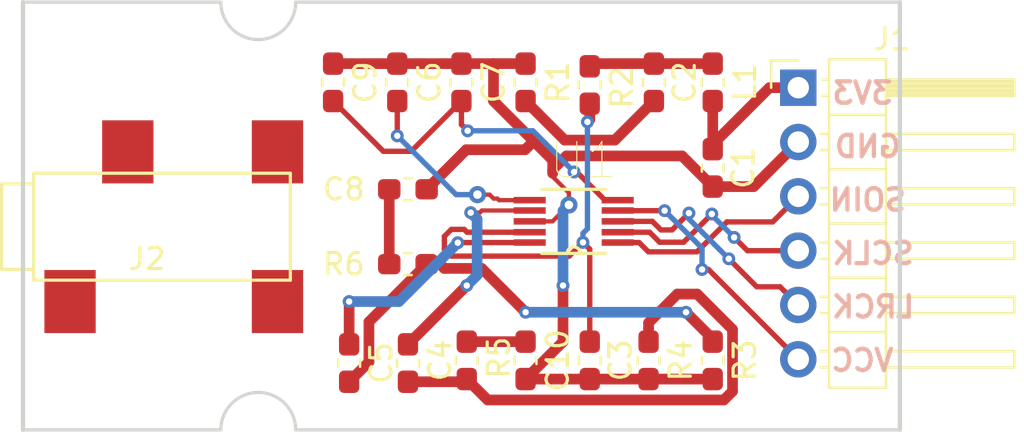
<source format=kicad_pcb>
(kicad_pcb (version 20171130) (host pcbnew 5.0.1+dfsg1-3~bpo9+1)

  (general
    (thickness 1.6)
    (drawings 14)
    (tracks 172)
    (zones 0)
    (modules 20)
    (nets 18)
  )

  (page A4)
  (layers
    (0 F.Cu signal)
    (31 B.Cu signal)
    (32 B.Adhes user)
    (33 F.Adhes user)
    (34 B.Paste user)
    (35 F.Paste user)
    (36 B.SilkS user)
    (37 F.SilkS user)
    (38 B.Mask user)
    (39 F.Mask user)
    (40 Dwgs.User user)
    (41 Cmts.User user)
    (42 Eco1.User user)
    (43 Eco2.User user)
    (44 Edge.Cuts user)
    (45 Margin user)
    (46 B.CrtYd user)
    (47 F.CrtYd user)
    (48 B.Fab user)
    (49 F.Fab user)
  )

  (setup
    (last_trace_width 0.25)
    (user_trace_width 0.2)
    (user_trace_width 0.5)
    (user_trace_width 0.75)
    (user_trace_width 1)
    (trace_clearance 0.2)
    (zone_clearance 0.508)
    (zone_45_only no)
    (trace_min 0.2)
    (segment_width 0.2)
    (edge_width 0.15)
    (via_size 0.8)
    (via_drill 0.4)
    (via_min_size 0.4)
    (via_min_drill 0.3)
    (user_via 0.6 0.3)
    (user_via 4 3.2)
    (uvia_size 0.3)
    (uvia_drill 0.1)
    (uvias_allowed no)
    (uvia_min_size 0.2)
    (uvia_min_drill 0.1)
    (pcb_text_width 0.3)
    (pcb_text_size 1.5 1.5)
    (mod_edge_width 0.15)
    (mod_text_size 1 1)
    (mod_text_width 0.15)
    (pad_size 1.524 1.524)
    (pad_drill 0.762)
    (pad_to_mask_clearance 0.051)
    (solder_mask_min_width 0.25)
    (aux_axis_origin 0 0)
    (visible_elements FFFFFF7F)
    (pcbplotparams
      (layerselection 0x010fc_ffffffff)
      (usegerberextensions false)
      (usegerberattributes false)
      (usegerberadvancedattributes false)
      (creategerberjobfile false)
      (excludeedgelayer true)
      (linewidth 0.100000)
      (plotframeref false)
      (viasonmask false)
      (mode 1)
      (useauxorigin false)
      (hpglpennumber 1)
      (hpglpenspeed 20)
      (hpglpendiameter 15.000000)
      (psnegative false)
      (psa4output false)
      (plotreference true)
      (plotvalue true)
      (plotinvisibletext false)
      (padsonsilk false)
      (subtractmaskfromsilk false)
      (outputformat 1)
      (mirror false)
      (drillshape 1)
      (scaleselection 1)
      (outputdirectory ""))
  )

  (net 0 "")
  (net 1 GND)
  (net 2 3V3)
  (net 3 "Net-(C2-Pad1)")
  (net 4 "Net-(C2-Pad2)")
  (net 5 "Net-(C3-Pad1)")
  (net 6 "Net-(C4-Pad1)")
  (net 7 "Net-(C4-Pad2)")
  (net 8 "Net-(C5-Pad2)")
  (net 9 "Net-(C5-Pad1)")
  (net 10 "Net-(C6-Pad1)")
  (net 11 "Net-(C7-Pad1)")
  (net 12 "Net-(C8-Pad1)")
  (net 13 "Net-(C10-Pad1)")
  (net 14 MCLK)
  (net 15 LRCK)
  (net 16 SCLK)
  (net 17 SDIN)

  (net_class Default "This is the default net class."
    (clearance 0.2)
    (trace_width 0.25)
    (via_dia 0.8)
    (via_drill 0.4)
    (uvia_dia 0.3)
    (uvia_drill 0.1)
    (add_net 3V3)
    (add_net GND)
    (add_net LRCK)
    (add_net MCLK)
    (add_net "Net-(C10-Pad1)")
    (add_net "Net-(C2-Pad1)")
    (add_net "Net-(C2-Pad2)")
    (add_net "Net-(C3-Pad1)")
    (add_net "Net-(C4-Pad1)")
    (add_net "Net-(C4-Pad2)")
    (add_net "Net-(C5-Pad1)")
    (add_net "Net-(C5-Pad2)")
    (add_net "Net-(C6-Pad1)")
    (add_net "Net-(C7-Pad1)")
    (add_net "Net-(C8-Pad1)")
    (add_net SCLK)
    (add_net SDIN)
  )

  (module Capacitor_SMD:C_0603_1608Metric_Pad1.05x0.95mm_HandSolder (layer F.Cu) (tedit 5C05A816) (tstamp 5C2CA64B)
    (at 163.25 82.75 270)
    (descr "Capacitor SMD 0603 (1608 Metric), square (rectangular) end terminal, IPC_7351 nominal with elongated pad for handsoldering. (Body size source: http://www.tortai-tech.com/upload/download/2011102023233369053.pdf), generated with kicad-footprint-generator")
    (tags "capacitor handsolder")
    (path /5C0556EB)
    (attr smd)
    (fp_text reference C1 (at 0 -1.43 270) (layer F.SilkS)
      (effects (font (size 1 1) (thickness 0.15)))
    )
    (fp_text value 100nF (at -0.125 0 270) (layer F.Fab)
      (effects (font (size 1 1) (thickness 0.15)))
    )
    (fp_text user %R (at 0 0 270) (layer F.Fab)
      (effects (font (size 0.4 0.4) (thickness 0.06)))
    )
    (fp_line (start 1.65 0.73) (end -1.65 0.73) (layer F.CrtYd) (width 0.05))
    (fp_line (start 1.65 -0.73) (end 1.65 0.73) (layer F.CrtYd) (width 0.05))
    (fp_line (start -1.65 -0.73) (end 1.65 -0.73) (layer F.CrtYd) (width 0.05))
    (fp_line (start -1.65 0.73) (end -1.65 -0.73) (layer F.CrtYd) (width 0.05))
    (fp_line (start -0.171267 0.51) (end 0.171267 0.51) (layer F.SilkS) (width 0.12))
    (fp_line (start -0.171267 -0.51) (end 0.171267 -0.51) (layer F.SilkS) (width 0.12))
    (fp_line (start 0.8 0.4) (end -0.8 0.4) (layer F.Fab) (width 0.1))
    (fp_line (start 0.8 -0.4) (end 0.8 0.4) (layer F.Fab) (width 0.1))
    (fp_line (start -0.8 -0.4) (end 0.8 -0.4) (layer F.Fab) (width 0.1))
    (fp_line (start -0.8 0.4) (end -0.8 -0.4) (layer F.Fab) (width 0.1))
    (pad 2 smd roundrect (at 0.875 0 270) (size 1.05 0.95) (layers F.Cu F.Paste F.Mask) (roundrect_rratio 0.25)
      (net 1 GND))
    (pad 1 smd roundrect (at -0.875 0 270) (size 1.05 0.95) (layers F.Cu F.Paste F.Mask) (roundrect_rratio 0.25)
      (net 2 3V3))
    (model ${KISYS3DMOD}/Capacitor_SMD.3dshapes/C_0603_1608Metric.wrl
      (at (xyz 0 0 0))
      (scale (xyz 1 1 1))
      (rotate (xyz 0 0 0))
    )
  )

  (module Capacitor_SMD:C_0603_1608Metric_Pad1.05x0.95mm_HandSolder (layer F.Cu) (tedit 5C05AA5E) (tstamp 5C2CB38C)
    (at 160.5 78.75 270)
    (descr "Capacitor SMD 0603 (1608 Metric), square (rectangular) end terminal, IPC_7351 nominal with elongated pad for handsoldering. (Body size source: http://www.tortai-tech.com/upload/download/2011102023233369053.pdf), generated with kicad-footprint-generator")
    (tags "capacitor handsolder")
    (path /5C055717)
    (attr smd)
    (fp_text reference C2 (at 0 -1.43 270) (layer F.SilkS)
      (effects (font (size 1 1) (thickness 0.15)))
    )
    (fp_text value 4.7uF (at 0 0 270) (layer F.Fab)
      (effects (font (size 1 1) (thickness 0.15)))
    )
    (fp_line (start -0.8 0.4) (end -0.8 -0.4) (layer F.Fab) (width 0.1))
    (fp_line (start -0.8 -0.4) (end 0.8 -0.4) (layer F.Fab) (width 0.1))
    (fp_line (start 0.8 -0.4) (end 0.8 0.4) (layer F.Fab) (width 0.1))
    (fp_line (start 0.8 0.4) (end -0.8 0.4) (layer F.Fab) (width 0.1))
    (fp_line (start -0.171267 -0.51) (end 0.171267 -0.51) (layer F.SilkS) (width 0.12))
    (fp_line (start -0.171267 0.51) (end 0.171267 0.51) (layer F.SilkS) (width 0.12))
    (fp_line (start -1.65 0.73) (end -1.65 -0.73) (layer F.CrtYd) (width 0.05))
    (fp_line (start -1.65 -0.73) (end 1.65 -0.73) (layer F.CrtYd) (width 0.05))
    (fp_line (start 1.65 -0.73) (end 1.65 0.73) (layer F.CrtYd) (width 0.05))
    (fp_line (start 1.65 0.73) (end -1.65 0.73) (layer F.CrtYd) (width 0.05))
    (fp_text user %R (at 0 0 270) (layer F.Fab)
      (effects (font (size 0.4 0.4) (thickness 0.06)))
    )
    (pad 1 smd roundrect (at -0.875 0 270) (size 1.05 0.95) (layers F.Cu F.Paste F.Mask) (roundrect_rratio 0.25)
      (net 3 "Net-(C2-Pad1)"))
    (pad 2 smd roundrect (at 0.875 0 270) (size 1.05 0.95) (layers F.Cu F.Paste F.Mask) (roundrect_rratio 0.25)
      (net 4 "Net-(C2-Pad2)"))
    (model ${KISYS3DMOD}/Capacitor_SMD.3dshapes/C_0603_1608Metric.wrl
      (at (xyz 0 0 0))
      (scale (xyz 1 1 1))
      (rotate (xyz 0 0 0))
    )
  )

  (module Capacitor_SMD:C_0603_1608Metric_Pad1.05x0.95mm_HandSolder (layer F.Cu) (tedit 5C05A84B) (tstamp 5C2CA66D)
    (at 157.5 91.75 270)
    (descr "Capacitor SMD 0603 (1608 Metric), square (rectangular) end terminal, IPC_7351 nominal with elongated pad for handsoldering. (Body size source: http://www.tortai-tech.com/upload/download/2011102023233369053.pdf), generated with kicad-footprint-generator")
    (tags "capacitor handsolder")
    (path /5C055747)
    (attr smd)
    (fp_text reference C3 (at 0 -1.43 270) (layer F.SilkS)
      (effects (font (size 1 1) (thickness 0.15)))
    )
    (fp_text value 100nF (at 0.01027 -0.003736 270) (layer F.Fab)
      (effects (font (size 1 1) (thickness 0.15)))
    )
    (fp_text user %R (at 0 0 270) (layer F.Fab)
      (effects (font (size 0.4 0.4) (thickness 0.06)))
    )
    (fp_line (start 1.65 0.73) (end -1.65 0.73) (layer F.CrtYd) (width 0.05))
    (fp_line (start 1.65 -0.73) (end 1.65 0.73) (layer F.CrtYd) (width 0.05))
    (fp_line (start -1.65 -0.73) (end 1.65 -0.73) (layer F.CrtYd) (width 0.05))
    (fp_line (start -1.65 0.73) (end -1.65 -0.73) (layer F.CrtYd) (width 0.05))
    (fp_line (start -0.171267 0.51) (end 0.171267 0.51) (layer F.SilkS) (width 0.12))
    (fp_line (start -0.171267 -0.51) (end 0.171267 -0.51) (layer F.SilkS) (width 0.12))
    (fp_line (start 0.8 0.4) (end -0.8 0.4) (layer F.Fab) (width 0.1))
    (fp_line (start 0.8 -0.4) (end 0.8 0.4) (layer F.Fab) (width 0.1))
    (fp_line (start -0.8 -0.4) (end 0.8 -0.4) (layer F.Fab) (width 0.1))
    (fp_line (start -0.8 0.4) (end -0.8 -0.4) (layer F.Fab) (width 0.1))
    (pad 2 smd roundrect (at 0.875 0 270) (size 1.05 0.95) (layers F.Cu F.Paste F.Mask) (roundrect_rratio 0.25)
      (net 1 GND))
    (pad 1 smd roundrect (at -0.875 0 270) (size 1.05 0.95) (layers F.Cu F.Paste F.Mask) (roundrect_rratio 0.25)
      (net 5 "Net-(C3-Pad1)"))
    (model ${KISYS3DMOD}/Capacitor_SMD.3dshapes/C_0603_1608Metric.wrl
      (at (xyz 0 0 0))
      (scale (xyz 1 1 1))
      (rotate (xyz 0 0 0))
    )
  )

  (module Capacitor_SMD:C_0603_1608Metric_Pad1.05x0.95mm_HandSolder (layer F.Cu) (tedit 5B301BBE) (tstamp 5C2CD4A0)
    (at 149 91.875 90)
    (descr "Capacitor SMD 0603 (1608 Metric), square (rectangular) end terminal, IPC_7351 nominal with elongated pad for handsoldering. (Body size source: http://www.tortai-tech.com/upload/download/2011102023233369053.pdf), generated with kicad-footprint-generator")
    (tags "capacitor handsolder")
    (path /5C055BA0)
    (attr smd)
    (fp_text reference C4 (at 0.125 1.5 90) (layer F.SilkS)
      (effects (font (size 1 1) (thickness 0.15)))
    )
    (fp_text value 3.3uF (at 0.064999 0 90) (layer F.Fab)
      (effects (font (size 1 1) (thickness 0.15)))
    )
    (fp_line (start -0.8 0.4) (end -0.8 -0.4) (layer F.Fab) (width 0.1))
    (fp_line (start -0.8 -0.4) (end 0.8 -0.4) (layer F.Fab) (width 0.1))
    (fp_line (start 0.8 -0.4) (end 0.8 0.4) (layer F.Fab) (width 0.1))
    (fp_line (start 0.8 0.4) (end -0.8 0.4) (layer F.Fab) (width 0.1))
    (fp_line (start -0.171267 -0.51) (end 0.171267 -0.51) (layer F.SilkS) (width 0.12))
    (fp_line (start -0.171267 0.51) (end 0.171267 0.51) (layer F.SilkS) (width 0.12))
    (fp_line (start -1.65 0.73) (end -1.65 -0.73) (layer F.CrtYd) (width 0.05))
    (fp_line (start -1.65 -0.73) (end 1.65 -0.73) (layer F.CrtYd) (width 0.05))
    (fp_line (start 1.65 -0.73) (end 1.65 0.73) (layer F.CrtYd) (width 0.05))
    (fp_line (start 1.65 0.73) (end -1.65 0.73) (layer F.CrtYd) (width 0.05))
    (fp_text user %R (at 0 0 90) (layer F.Fab)
      (effects (font (size 0.4 0.4) (thickness 0.06)))
    )
    (pad 1 smd roundrect (at -0.875 0 90) (size 1.05 0.95) (layers F.Cu F.Paste F.Mask) (roundrect_rratio 0.25)
      (net 6 "Net-(C4-Pad1)"))
    (pad 2 smd roundrect (at 0.875 0 90) (size 1.05 0.95) (layers F.Cu F.Paste F.Mask) (roundrect_rratio 0.25)
      (net 7 "Net-(C4-Pad2)"))
    (model ${KISYS3DMOD}/Capacitor_SMD.3dshapes/C_0603_1608Metric.wrl
      (at (xyz 0 0 0))
      (scale (xyz 1 1 1))
      (rotate (xyz 0 0 0))
    )
  )

  (module Capacitor_SMD:C_0603_1608Metric_Pad1.05x0.95mm_HandSolder (layer F.Cu) (tedit 5B301BBE) (tstamp 5C2CA68F)
    (at 146.25 91.875 90)
    (descr "Capacitor SMD 0603 (1608 Metric), square (rectangular) end terminal, IPC_7351 nominal with elongated pad for handsoldering. (Body size source: http://www.tortai-tech.com/upload/download/2011102023233369053.pdf), generated with kicad-footprint-generator")
    (tags "capacitor handsolder")
    (path /5C055BDC)
    (attr smd)
    (fp_text reference C5 (at 0 1.5 90) (layer F.SilkS)
      (effects (font (size 1 1) (thickness 0.15)))
    )
    (fp_text value 3.3uF (at -0.125 0 90) (layer F.Fab)
      (effects (font (size 1 1) (thickness 0.15)))
    )
    (fp_text user %R (at 0 0 90) (layer F.Fab)
      (effects (font (size 0.4 0.4) (thickness 0.06)))
    )
    (fp_line (start 1.65 0.73) (end -1.65 0.73) (layer F.CrtYd) (width 0.05))
    (fp_line (start 1.65 -0.73) (end 1.65 0.73) (layer F.CrtYd) (width 0.05))
    (fp_line (start -1.65 -0.73) (end 1.65 -0.73) (layer F.CrtYd) (width 0.05))
    (fp_line (start -1.65 0.73) (end -1.65 -0.73) (layer F.CrtYd) (width 0.05))
    (fp_line (start -0.171267 0.51) (end 0.171267 0.51) (layer F.SilkS) (width 0.12))
    (fp_line (start -0.171267 -0.51) (end 0.171267 -0.51) (layer F.SilkS) (width 0.12))
    (fp_line (start 0.8 0.4) (end -0.8 0.4) (layer F.Fab) (width 0.1))
    (fp_line (start 0.8 -0.4) (end 0.8 0.4) (layer F.Fab) (width 0.1))
    (fp_line (start -0.8 -0.4) (end 0.8 -0.4) (layer F.Fab) (width 0.1))
    (fp_line (start -0.8 0.4) (end -0.8 -0.4) (layer F.Fab) (width 0.1))
    (pad 2 smd roundrect (at 0.875 0 90) (size 1.05 0.95) (layers F.Cu F.Paste F.Mask) (roundrect_rratio 0.25)
      (net 8 "Net-(C5-Pad2)"))
    (pad 1 smd roundrect (at -0.875 0 90) (size 1.05 0.95) (layers F.Cu F.Paste F.Mask) (roundrect_rratio 0.25)
      (net 9 "Net-(C5-Pad1)"))
    (model ${KISYS3DMOD}/Capacitor_SMD.3dshapes/C_0603_1608Metric.wrl
      (at (xyz 0 0 0))
      (scale (xyz 1 1 1))
      (rotate (xyz 0 0 0))
    )
  )

  (module Capacitor_SMD:C_0603_1608Metric_Pad1.05x0.95mm_HandSolder (layer F.Cu) (tedit 5B301BBE) (tstamp 5C2CB3BC)
    (at 148.5 78.75 90)
    (descr "Capacitor SMD 0603 (1608 Metric), square (rectangular) end terminal, IPC_7351 nominal with elongated pad for handsoldering. (Body size source: http://www.tortai-tech.com/upload/download/2011102023233369053.pdf), generated with kicad-footprint-generator")
    (tags "capacitor handsolder")
    (path /5C055B66)
    (attr smd)
    (fp_text reference C6 (at 0 1.5 90) (layer F.SilkS)
      (effects (font (size 1 1) (thickness 0.15)))
    )
    (fp_text value 10uF (at -0.125 0 90) (layer F.Fab)
      (effects (font (size 1 1) (thickness 0.15)))
    )
    (fp_text user %R (at 0 0 90) (layer F.Fab)
      (effects (font (size 0.4 0.4) (thickness 0.06)))
    )
    (fp_line (start 1.65 0.73) (end -1.65 0.73) (layer F.CrtYd) (width 0.05))
    (fp_line (start 1.65 -0.73) (end 1.65 0.73) (layer F.CrtYd) (width 0.05))
    (fp_line (start -1.65 -0.73) (end 1.65 -0.73) (layer F.CrtYd) (width 0.05))
    (fp_line (start -1.65 0.73) (end -1.65 -0.73) (layer F.CrtYd) (width 0.05))
    (fp_line (start -0.171267 0.51) (end 0.171267 0.51) (layer F.SilkS) (width 0.12))
    (fp_line (start -0.171267 -0.51) (end 0.171267 -0.51) (layer F.SilkS) (width 0.12))
    (fp_line (start 0.8 0.4) (end -0.8 0.4) (layer F.Fab) (width 0.1))
    (fp_line (start 0.8 -0.4) (end 0.8 0.4) (layer F.Fab) (width 0.1))
    (fp_line (start -0.8 -0.4) (end 0.8 -0.4) (layer F.Fab) (width 0.1))
    (fp_line (start -0.8 0.4) (end -0.8 -0.4) (layer F.Fab) (width 0.1))
    (pad 2 smd roundrect (at 0.875 0 90) (size 1.05 0.95) (layers F.Cu F.Paste F.Mask) (roundrect_rratio 0.25)
      (net 1 GND))
    (pad 1 smd roundrect (at -0.875 0 90) (size 1.05 0.95) (layers F.Cu F.Paste F.Mask) (roundrect_rratio 0.25)
      (net 10 "Net-(C6-Pad1)"))
    (model ${KISYS3DMOD}/Capacitor_SMD.3dshapes/C_0603_1608Metric.wrl
      (at (xyz 0 0 0))
      (scale (xyz 1 1 1))
      (rotate (xyz 0 0 0))
    )
  )

  (module Capacitor_SMD:C_0603_1608Metric_Pad1.05x0.95mm_HandSolder (layer F.Cu) (tedit 5B301BBE) (tstamp 5C2CB35C)
    (at 151.5 78.75 90)
    (descr "Capacitor SMD 0603 (1608 Metric), square (rectangular) end terminal, IPC_7351 nominal with elongated pad for handsoldering. (Body size source: http://www.tortai-tech.com/upload/download/2011102023233369053.pdf), generated with kicad-footprint-generator")
    (tags "capacitor handsolder")
    (path /5C055AF4)
    (attr smd)
    (fp_text reference C7 (at 0 1.5 90) (layer F.SilkS)
      (effects (font (size 1 1) (thickness 0.15)))
    )
    (fp_text value 100nF (at 0.145802 -0.030428 90) (layer F.Fab)
      (effects (font (size 1 1) (thickness 0.15)))
    )
    (fp_line (start -0.8 0.4) (end -0.8 -0.4) (layer F.Fab) (width 0.1))
    (fp_line (start -0.8 -0.4) (end 0.8 -0.4) (layer F.Fab) (width 0.1))
    (fp_line (start 0.8 -0.4) (end 0.8 0.4) (layer F.Fab) (width 0.1))
    (fp_line (start 0.8 0.4) (end -0.8 0.4) (layer F.Fab) (width 0.1))
    (fp_line (start -0.171267 -0.51) (end 0.171267 -0.51) (layer F.SilkS) (width 0.12))
    (fp_line (start -0.171267 0.51) (end 0.171267 0.51) (layer F.SilkS) (width 0.12))
    (fp_line (start -1.65 0.73) (end -1.65 -0.73) (layer F.CrtYd) (width 0.05))
    (fp_line (start -1.65 -0.73) (end 1.65 -0.73) (layer F.CrtYd) (width 0.05))
    (fp_line (start 1.65 -0.73) (end 1.65 0.73) (layer F.CrtYd) (width 0.05))
    (fp_line (start 1.65 0.73) (end -1.65 0.73) (layer F.CrtYd) (width 0.05))
    (fp_text user %R (at 0 0 90) (layer F.Fab)
      (effects (font (size 0.4 0.4) (thickness 0.06)))
    )
    (pad 1 smd roundrect (at -0.875 0 90) (size 1.05 0.95) (layers F.Cu F.Paste F.Mask) (roundrect_rratio 0.25)
      (net 11 "Net-(C7-Pad1)"))
    (pad 2 smd roundrect (at 0.875 0 90) (size 1.05 0.95) (layers F.Cu F.Paste F.Mask) (roundrect_rratio 0.25)
      (net 1 GND))
    (model ${KISYS3DMOD}/Capacitor_SMD.3dshapes/C_0603_1608Metric.wrl
      (at (xyz 0 0 0))
      (scale (xyz 1 1 1))
      (rotate (xyz 0 0 0))
    )
  )

  (module Capacitor_SMD:C_0603_1608Metric_Pad1.05x0.95mm_HandSolder (layer F.Cu) (tedit 5B301BBE) (tstamp 5C2CA6C2)
    (at 149 83.75)
    (descr "Capacitor SMD 0603 (1608 Metric), square (rectangular) end terminal, IPC_7351 nominal with elongated pad for handsoldering. (Body size source: http://www.tortai-tech.com/upload/download/2011102023233369053.pdf), generated with kicad-footprint-generator")
    (tags "capacitor handsolder")
    (path /5C055A9E)
    (attr smd)
    (fp_text reference C8 (at -3 0) (layer F.SilkS)
      (effects (font (size 1 1) (thickness 0.15)))
    )
    (fp_text value 2.7nF (at 0.064999 0.034999) (layer F.Fab)
      (effects (font (size 1 1) (thickness 0.15)))
    )
    (fp_text user %R (at 0 0) (layer F.Fab)
      (effects (font (size 0.4 0.4) (thickness 0.06)))
    )
    (fp_line (start 1.65 0.73) (end -1.65 0.73) (layer F.CrtYd) (width 0.05))
    (fp_line (start 1.65 -0.73) (end 1.65 0.73) (layer F.CrtYd) (width 0.05))
    (fp_line (start -1.65 -0.73) (end 1.65 -0.73) (layer F.CrtYd) (width 0.05))
    (fp_line (start -1.65 0.73) (end -1.65 -0.73) (layer F.CrtYd) (width 0.05))
    (fp_line (start -0.171267 0.51) (end 0.171267 0.51) (layer F.SilkS) (width 0.12))
    (fp_line (start -0.171267 -0.51) (end 0.171267 -0.51) (layer F.SilkS) (width 0.12))
    (fp_line (start 0.8 0.4) (end -0.8 0.4) (layer F.Fab) (width 0.1))
    (fp_line (start 0.8 -0.4) (end 0.8 0.4) (layer F.Fab) (width 0.1))
    (fp_line (start -0.8 -0.4) (end 0.8 -0.4) (layer F.Fab) (width 0.1))
    (fp_line (start -0.8 0.4) (end -0.8 -0.4) (layer F.Fab) (width 0.1))
    (pad 2 smd roundrect (at 0.875 0) (size 1.05 0.95) (layers F.Cu F.Paste F.Mask) (roundrect_rratio 0.25)
      (net 1 GND))
    (pad 1 smd roundrect (at -0.875 0) (size 1.05 0.95) (layers F.Cu F.Paste F.Mask) (roundrect_rratio 0.25)
      (net 12 "Net-(C8-Pad1)"))
    (model ${KISYS3DMOD}/Capacitor_SMD.3dshapes/C_0603_1608Metric.wrl
      (at (xyz 0 0 0))
      (scale (xyz 1 1 1))
      (rotate (xyz 0 0 0))
    )
  )

  (module Capacitor_SMD:C_0603_1608Metric_Pad1.05x0.95mm_HandSolder (layer F.Cu) (tedit 5B301BBE) (tstamp 5C2CA6D3)
    (at 145.5 78.75 90)
    (descr "Capacitor SMD 0603 (1608 Metric), square (rectangular) end terminal, IPC_7351 nominal with elongated pad for handsoldering. (Body size source: http://www.tortai-tech.com/upload/download/2011102023233369053.pdf), generated with kicad-footprint-generator")
    (tags "capacitor handsolder")
    (path /5C055A4A)
    (attr smd)
    (fp_text reference C9 (at 0 1.5 90) (layer F.SilkS)
      (effects (font (size 1 1) (thickness 0.15)))
    )
    (fp_text value 10uF (at -0.125 0 90) (layer F.Fab)
      (effects (font (size 1 1) (thickness 0.15)))
    )
    (fp_line (start -0.8 0.4) (end -0.8 -0.4) (layer F.Fab) (width 0.1))
    (fp_line (start -0.8 -0.4) (end 0.8 -0.4) (layer F.Fab) (width 0.1))
    (fp_line (start 0.8 -0.4) (end 0.8 0.4) (layer F.Fab) (width 0.1))
    (fp_line (start 0.8 0.4) (end -0.8 0.4) (layer F.Fab) (width 0.1))
    (fp_line (start -0.171267 -0.51) (end 0.171267 -0.51) (layer F.SilkS) (width 0.12))
    (fp_line (start -0.171267 0.51) (end 0.171267 0.51) (layer F.SilkS) (width 0.12))
    (fp_line (start -1.65 0.73) (end -1.65 -0.73) (layer F.CrtYd) (width 0.05))
    (fp_line (start -1.65 -0.73) (end 1.65 -0.73) (layer F.CrtYd) (width 0.05))
    (fp_line (start 1.65 -0.73) (end 1.65 0.73) (layer F.CrtYd) (width 0.05))
    (fp_line (start 1.65 0.73) (end -1.65 0.73) (layer F.CrtYd) (width 0.05))
    (fp_text user %R (at 0 0 90) (layer F.Fab)
      (effects (font (size 0.4 0.4) (thickness 0.06)))
    )
    (pad 1 smd roundrect (at -0.875 0 90) (size 1.05 0.95) (layers F.Cu F.Paste F.Mask) (roundrect_rratio 0.25)
      (net 11 "Net-(C7-Pad1)"))
    (pad 2 smd roundrect (at 0.875 0 90) (size 1.05 0.95) (layers F.Cu F.Paste F.Mask) (roundrect_rratio 0.25)
      (net 1 GND))
    (model ${KISYS3DMOD}/Capacitor_SMD.3dshapes/C_0603_1608Metric.wrl
      (at (xyz 0 0 0))
      (scale (xyz 1 1 1))
      (rotate (xyz 0 0 0))
    )
  )

  (module Capacitor_SMD:C_0603_1608Metric_Pad1.05x0.95mm_HandSolder (layer F.Cu) (tedit 5B301BBE) (tstamp 5C2CA6E4)
    (at 154.5 91.75 270)
    (descr "Capacitor SMD 0603 (1608 Metric), square (rectangular) end terminal, IPC_7351 nominal with elongated pad for handsoldering. (Body size source: http://www.tortai-tech.com/upload/download/2011102023233369053.pdf), generated with kicad-footprint-generator")
    (tags "capacitor handsolder")
    (path /5C055ACA)
    (attr smd)
    (fp_text reference C10 (at 0 -1.5 270) (layer F.SilkS)
      (effects (font (size 1 1) (thickness 0.15)))
    )
    (fp_text value 2.7nF (at -0.125 0 270) (layer F.Fab)
      (effects (font (size 1 1) (thickness 0.15)))
    )
    (fp_line (start -0.8 0.4) (end -0.8 -0.4) (layer F.Fab) (width 0.1))
    (fp_line (start -0.8 -0.4) (end 0.8 -0.4) (layer F.Fab) (width 0.1))
    (fp_line (start 0.8 -0.4) (end 0.8 0.4) (layer F.Fab) (width 0.1))
    (fp_line (start 0.8 0.4) (end -0.8 0.4) (layer F.Fab) (width 0.1))
    (fp_line (start -0.171267 -0.51) (end 0.171267 -0.51) (layer F.SilkS) (width 0.12))
    (fp_line (start -0.171267 0.51) (end 0.171267 0.51) (layer F.SilkS) (width 0.12))
    (fp_line (start -1.65 0.73) (end -1.65 -0.73) (layer F.CrtYd) (width 0.05))
    (fp_line (start -1.65 -0.73) (end 1.65 -0.73) (layer F.CrtYd) (width 0.05))
    (fp_line (start 1.65 -0.73) (end 1.65 0.73) (layer F.CrtYd) (width 0.05))
    (fp_line (start 1.65 0.73) (end -1.65 0.73) (layer F.CrtYd) (width 0.05))
    (fp_text user %R (at 0 0 270) (layer F.Fab)
      (effects (font (size 0.4 0.4) (thickness 0.06)))
    )
    (pad 1 smd roundrect (at -0.875 0 270) (size 1.05 0.95) (layers F.Cu F.Paste F.Mask) (roundrect_rratio 0.25)
      (net 13 "Net-(C10-Pad1)"))
    (pad 2 smd roundrect (at 0.875 0 270) (size 1.05 0.95) (layers F.Cu F.Paste F.Mask) (roundrect_rratio 0.25)
      (net 1 GND))
    (model ${KISYS3DMOD}/Capacitor_SMD.3dshapes/C_0603_1608Metric.wrl
      (at (xyz 0 0 0))
      (scale (xyz 1 1 1))
      (rotate (xyz 0 0 0))
    )
  )

  (module Connector_PinHeader_2.54mm:PinHeader_1x06_P2.54mm_Horizontal (layer F.Cu) (tedit 59FED5CB) (tstamp 5C2CA74B)
    (at 167.25 79)
    (descr "Through hole angled pin header, 1x06, 2.54mm pitch, 6mm pin length, single row")
    (tags "Through hole angled pin header THT 1x06 2.54mm single row")
    (path /5C063EA7)
    (fp_text reference J1 (at 4.385 -2.27) (layer F.SilkS)
      (effects (font (size 1 1) (thickness 0.15)))
    )
    (fp_text value PMOD (at 4.385 14.97) (layer F.Fab)
      (effects (font (size 1 1) (thickness 0.15)))
    )
    (fp_line (start 2.135 -1.27) (end 4.04 -1.27) (layer F.Fab) (width 0.1))
    (fp_line (start 4.04 -1.27) (end 4.04 13.97) (layer F.Fab) (width 0.1))
    (fp_line (start 4.04 13.97) (end 1.5 13.97) (layer F.Fab) (width 0.1))
    (fp_line (start 1.5 13.97) (end 1.5 -0.635) (layer F.Fab) (width 0.1))
    (fp_line (start 1.5 -0.635) (end 2.135 -1.27) (layer F.Fab) (width 0.1))
    (fp_line (start -0.32 -0.32) (end 1.5 -0.32) (layer F.Fab) (width 0.1))
    (fp_line (start -0.32 -0.32) (end -0.32 0.32) (layer F.Fab) (width 0.1))
    (fp_line (start -0.32 0.32) (end 1.5 0.32) (layer F.Fab) (width 0.1))
    (fp_line (start 4.04 -0.32) (end 10.04 -0.32) (layer F.Fab) (width 0.1))
    (fp_line (start 10.04 -0.32) (end 10.04 0.32) (layer F.Fab) (width 0.1))
    (fp_line (start 4.04 0.32) (end 10.04 0.32) (layer F.Fab) (width 0.1))
    (fp_line (start -0.32 2.22) (end 1.5 2.22) (layer F.Fab) (width 0.1))
    (fp_line (start -0.32 2.22) (end -0.32 2.86) (layer F.Fab) (width 0.1))
    (fp_line (start -0.32 2.86) (end 1.5 2.86) (layer F.Fab) (width 0.1))
    (fp_line (start 4.04 2.22) (end 10.04 2.22) (layer F.Fab) (width 0.1))
    (fp_line (start 10.04 2.22) (end 10.04 2.86) (layer F.Fab) (width 0.1))
    (fp_line (start 4.04 2.86) (end 10.04 2.86) (layer F.Fab) (width 0.1))
    (fp_line (start -0.32 4.76) (end 1.5 4.76) (layer F.Fab) (width 0.1))
    (fp_line (start -0.32 4.76) (end -0.32 5.4) (layer F.Fab) (width 0.1))
    (fp_line (start -0.32 5.4) (end 1.5 5.4) (layer F.Fab) (width 0.1))
    (fp_line (start 4.04 4.76) (end 10.04 4.76) (layer F.Fab) (width 0.1))
    (fp_line (start 10.04 4.76) (end 10.04 5.4) (layer F.Fab) (width 0.1))
    (fp_line (start 4.04 5.4) (end 10.04 5.4) (layer F.Fab) (width 0.1))
    (fp_line (start -0.32 7.3) (end 1.5 7.3) (layer F.Fab) (width 0.1))
    (fp_line (start -0.32 7.3) (end -0.32 7.94) (layer F.Fab) (width 0.1))
    (fp_line (start -0.32 7.94) (end 1.5 7.94) (layer F.Fab) (width 0.1))
    (fp_line (start 4.04 7.3) (end 10.04 7.3) (layer F.Fab) (width 0.1))
    (fp_line (start 10.04 7.3) (end 10.04 7.94) (layer F.Fab) (width 0.1))
    (fp_line (start 4.04 7.94) (end 10.04 7.94) (layer F.Fab) (width 0.1))
    (fp_line (start -0.32 9.84) (end 1.5 9.84) (layer F.Fab) (width 0.1))
    (fp_line (start -0.32 9.84) (end -0.32 10.48) (layer F.Fab) (width 0.1))
    (fp_line (start -0.32 10.48) (end 1.5 10.48) (layer F.Fab) (width 0.1))
    (fp_line (start 4.04 9.84) (end 10.04 9.84) (layer F.Fab) (width 0.1))
    (fp_line (start 10.04 9.84) (end 10.04 10.48) (layer F.Fab) (width 0.1))
    (fp_line (start 4.04 10.48) (end 10.04 10.48) (layer F.Fab) (width 0.1))
    (fp_line (start -0.32 12.38) (end 1.5 12.38) (layer F.Fab) (width 0.1))
    (fp_line (start -0.32 12.38) (end -0.32 13.02) (layer F.Fab) (width 0.1))
    (fp_line (start -0.32 13.02) (end 1.5 13.02) (layer F.Fab) (width 0.1))
    (fp_line (start 4.04 12.38) (end 10.04 12.38) (layer F.Fab) (width 0.1))
    (fp_line (start 10.04 12.38) (end 10.04 13.02) (layer F.Fab) (width 0.1))
    (fp_line (start 4.04 13.02) (end 10.04 13.02) (layer F.Fab) (width 0.1))
    (fp_line (start 1.44 -1.33) (end 1.44 14.03) (layer F.SilkS) (width 0.12))
    (fp_line (start 1.44 14.03) (end 4.1 14.03) (layer F.SilkS) (width 0.12))
    (fp_line (start 4.1 14.03) (end 4.1 -1.33) (layer F.SilkS) (width 0.12))
    (fp_line (start 4.1 -1.33) (end 1.44 -1.33) (layer F.SilkS) (width 0.12))
    (fp_line (start 4.1 -0.38) (end 10.1 -0.38) (layer F.SilkS) (width 0.12))
    (fp_line (start 10.1 -0.38) (end 10.1 0.38) (layer F.SilkS) (width 0.12))
    (fp_line (start 10.1 0.38) (end 4.1 0.38) (layer F.SilkS) (width 0.12))
    (fp_line (start 4.1 -0.32) (end 10.1 -0.32) (layer F.SilkS) (width 0.12))
    (fp_line (start 4.1 -0.2) (end 10.1 -0.2) (layer F.SilkS) (width 0.12))
    (fp_line (start 4.1 -0.08) (end 10.1 -0.08) (layer F.SilkS) (width 0.12))
    (fp_line (start 4.1 0.04) (end 10.1 0.04) (layer F.SilkS) (width 0.12))
    (fp_line (start 4.1 0.16) (end 10.1 0.16) (layer F.SilkS) (width 0.12))
    (fp_line (start 4.1 0.28) (end 10.1 0.28) (layer F.SilkS) (width 0.12))
    (fp_line (start 1.11 -0.38) (end 1.44 -0.38) (layer F.SilkS) (width 0.12))
    (fp_line (start 1.11 0.38) (end 1.44 0.38) (layer F.SilkS) (width 0.12))
    (fp_line (start 1.44 1.27) (end 4.1 1.27) (layer F.SilkS) (width 0.12))
    (fp_line (start 4.1 2.16) (end 10.1 2.16) (layer F.SilkS) (width 0.12))
    (fp_line (start 10.1 2.16) (end 10.1 2.92) (layer F.SilkS) (width 0.12))
    (fp_line (start 10.1 2.92) (end 4.1 2.92) (layer F.SilkS) (width 0.12))
    (fp_line (start 1.042929 2.16) (end 1.44 2.16) (layer F.SilkS) (width 0.12))
    (fp_line (start 1.042929 2.92) (end 1.44 2.92) (layer F.SilkS) (width 0.12))
    (fp_line (start 1.44 3.81) (end 4.1 3.81) (layer F.SilkS) (width 0.12))
    (fp_line (start 4.1 4.7) (end 10.1 4.7) (layer F.SilkS) (width 0.12))
    (fp_line (start 10.1 4.7) (end 10.1 5.46) (layer F.SilkS) (width 0.12))
    (fp_line (start 10.1 5.46) (end 4.1 5.46) (layer F.SilkS) (width 0.12))
    (fp_line (start 1.042929 4.7) (end 1.44 4.7) (layer F.SilkS) (width 0.12))
    (fp_line (start 1.042929 5.46) (end 1.44 5.46) (layer F.SilkS) (width 0.12))
    (fp_line (start 1.44 6.35) (end 4.1 6.35) (layer F.SilkS) (width 0.12))
    (fp_line (start 4.1 7.24) (end 10.1 7.24) (layer F.SilkS) (width 0.12))
    (fp_line (start 10.1 7.24) (end 10.1 8) (layer F.SilkS) (width 0.12))
    (fp_line (start 10.1 8) (end 4.1 8) (layer F.SilkS) (width 0.12))
    (fp_line (start 1.042929 7.24) (end 1.44 7.24) (layer F.SilkS) (width 0.12))
    (fp_line (start 1.042929 8) (end 1.44 8) (layer F.SilkS) (width 0.12))
    (fp_line (start 1.44 8.89) (end 4.1 8.89) (layer F.SilkS) (width 0.12))
    (fp_line (start 4.1 9.78) (end 10.1 9.78) (layer F.SilkS) (width 0.12))
    (fp_line (start 10.1 9.78) (end 10.1 10.54) (layer F.SilkS) (width 0.12))
    (fp_line (start 10.1 10.54) (end 4.1 10.54) (layer F.SilkS) (width 0.12))
    (fp_line (start 1.042929 9.78) (end 1.44 9.78) (layer F.SilkS) (width 0.12))
    (fp_line (start 1.042929 10.54) (end 1.44 10.54) (layer F.SilkS) (width 0.12))
    (fp_line (start 1.44 11.43) (end 4.1 11.43) (layer F.SilkS) (width 0.12))
    (fp_line (start 4.1 12.32) (end 10.1 12.32) (layer F.SilkS) (width 0.12))
    (fp_line (start 10.1 12.32) (end 10.1 13.08) (layer F.SilkS) (width 0.12))
    (fp_line (start 10.1 13.08) (end 4.1 13.08) (layer F.SilkS) (width 0.12))
    (fp_line (start 1.042929 12.32) (end 1.44 12.32) (layer F.SilkS) (width 0.12))
    (fp_line (start 1.042929 13.08) (end 1.44 13.08) (layer F.SilkS) (width 0.12))
    (fp_line (start -1.27 0) (end -1.27 -1.27) (layer F.SilkS) (width 0.12))
    (fp_line (start -1.27 -1.27) (end 0 -1.27) (layer F.SilkS) (width 0.12))
    (fp_line (start -1.8 -1.8) (end -1.8 14.5) (layer F.CrtYd) (width 0.05))
    (fp_line (start -1.8 14.5) (end 10.55 14.5) (layer F.CrtYd) (width 0.05))
    (fp_line (start 10.55 14.5) (end 10.55 -1.8) (layer F.CrtYd) (width 0.05))
    (fp_line (start 10.55 -1.8) (end -1.8 -1.8) (layer F.CrtYd) (width 0.05))
    (fp_text user %R (at 2.77 6.35 90) (layer F.Fab)
      (effects (font (size 1 1) (thickness 0.15)))
    )
    (pad 1 thru_hole rect (at 0 0) (size 1.7 1.7) (drill 1) (layers *.Cu *.Mask)
      (net 2 3V3))
    (pad 2 thru_hole oval (at 0 2.54) (size 1.7 1.7) (drill 1) (layers *.Cu *.Mask)
      (net 1 GND))
    (pad 3 thru_hole oval (at 0 5.08) (size 1.7 1.7) (drill 1) (layers *.Cu *.Mask)
      (net 17 SDIN))
    (pad 4 thru_hole oval (at 0 7.62) (size 1.7 1.7) (drill 1) (layers *.Cu *.Mask)
      (net 16 SCLK))
    (pad 5 thru_hole oval (at 0 10.16) (size 1.7 1.7) (drill 1) (layers *.Cu *.Mask)
      (net 15 LRCK))
    (pad 6 thru_hole oval (at 0 12.7) (size 1.7 1.7) (drill 1) (layers *.Cu *.Mask)
      (net 14 MCLK))
    (model ${KISYS3DMOD}/Connector_PinHeader_2.54mm.3dshapes/PinHeader_1x06_P2.54mm_Horizontal.wrl
      (at (xyz 0 0 0))
      (scale (xyz 1 1 1))
      (rotate (xyz 0 0 0))
    )
  )

  (module kicad-libraries:audio-jack (layer F.Cu) (tedit 5519588C) (tstamp 5C2CA75C)
    (at 131.5 85.5)
    (path /5C0602BA)
    (fp_text reference J2 (at 5.3 1.5) (layer F.SilkS)
      (effects (font (size 1 1) (thickness 0.15)))
    )
    (fp_text value AudioJack3_Ground (at 6 -1.3) (layer F.Fab)
      (effects (font (size 1 1) (thickness 0.15)))
    )
    (fp_line (start 0 -2) (end -1.5 -2) (layer F.SilkS) (width 0.15))
    (fp_line (start -1.5 -2) (end -1.5 2) (layer F.SilkS) (width 0.15))
    (fp_line (start -1.5 2) (end 0 2) (layer F.SilkS) (width 0.15))
    (fp_line (start 0 -2.5) (end 12 -2.5) (layer F.SilkS) (width 0.15))
    (fp_line (start 12 -2.5) (end 12 2.5) (layer F.SilkS) (width 0.15))
    (fp_line (start 12 2.5) (end 0 2.5) (layer F.SilkS) (width 0.15))
    (fp_line (start 0 2.5) (end 0 -2.5) (layer F.SilkS) (width 0.15))
    (pad 1 smd rect (at 1.7 3.5) (size 2.4 2.95) (layers F.Cu F.Paste F.Mask))
    (pad 2 smd rect (at 11.4 3.5) (size 2.4 2.95) (layers F.Cu F.Paste F.Mask))
    (pad 3 smd rect (at 4.4 -3.5) (size 2.4 2.95) (layers F.Cu F.Paste F.Mask))
    (pad 4 smd rect (at 11.4 -3.5) (size 2.4 2.95) (layers F.Cu F.Paste F.Mask))
    (pad "" np_thru_hole circle (at 3 0) (size 1.2 1.2) (drill 1.2) (layers *.Cu *.Mask))
    (pad "" np_thru_hole circle (at 9 0) (size 1.2 1.2) (drill 1.2) (layers *.Cu *.Mask))
  )

  (module Inductor_SMD:L_0603_1608Metric_Pad1.05x0.95mm_HandSolder (layer F.Cu) (tedit 5C05A6E0) (tstamp 5C2CA76D)
    (at 163.25 78.75 90)
    (descr "Capacitor SMD 0603 (1608 Metric), square (rectangular) end terminal, IPC_7351 nominal with elongated pad for handsoldering. (Body size source: http://www.tortai-tech.com/upload/download/2011102023233369053.pdf), generated with kicad-footprint-generator")
    (tags "inductor handsolder")
    (path /5C05567F)
    (attr smd)
    (fp_text reference L1 (at 0 1.5 90) (layer F.SilkS)
      (effects (font (size 1 1) (thickness 0.15)))
    )
    (fp_text value 600 (at -0.104198 -0.040428 270) (layer F.Fab)
      (effects (font (size 1 1) (thickness 0.15)))
    )
    (fp_line (start -0.8 0.4) (end -0.8 -0.4) (layer F.Fab) (width 0.1))
    (fp_line (start -0.8 -0.4) (end 0.8 -0.4) (layer F.Fab) (width 0.1))
    (fp_line (start 0.8 -0.4) (end 0.8 0.4) (layer F.Fab) (width 0.1))
    (fp_line (start 0.8 0.4) (end -0.8 0.4) (layer F.Fab) (width 0.1))
    (fp_line (start -0.171267 -0.51) (end 0.171267 -0.51) (layer F.SilkS) (width 0.12))
    (fp_line (start -0.171267 0.51) (end 0.171267 0.51) (layer F.SilkS) (width 0.12))
    (fp_line (start -1.65 0.73) (end -1.65 -0.73) (layer F.CrtYd) (width 0.05))
    (fp_line (start -1.65 -0.73) (end 1.65 -0.73) (layer F.CrtYd) (width 0.05))
    (fp_line (start 1.65 -0.73) (end 1.65 0.73) (layer F.CrtYd) (width 0.05))
    (fp_line (start 1.65 0.73) (end -1.65 0.73) (layer F.CrtYd) (width 0.05))
    (fp_text user %R (at 0 0 90) (layer F.Fab)
      (effects (font (size 0.4 0.4) (thickness 0.06)))
    )
    (pad 1 smd roundrect (at -0.875 0 90) (size 1.05 0.95) (layers F.Cu F.Paste F.Mask) (roundrect_rratio 0.25)
      (net 2 3V3))
    (pad 2 smd roundrect (at 0.875 0 90) (size 1.05 0.95) (layers F.Cu F.Paste F.Mask) (roundrect_rratio 0.25)
      (net 3 "Net-(C2-Pad1)"))
    (model ${KISYS3DMOD}/Inductor_SMD.3dshapes/L_0603_1608Metric.wrl
      (at (xyz 0 0 0))
      (scale (xyz 1 1 1))
      (rotate (xyz 0 0 0))
    )
  )

  (module Resistor_SMD:R_0603_1608Metric_Pad1.05x0.95mm_HandSolder (layer F.Cu) (tedit 5B301BBD) (tstamp 5C2CA77E)
    (at 154.5 78.75 90)
    (descr "Resistor SMD 0603 (1608 Metric), square (rectangular) end terminal, IPC_7351 nominal with elongated pad for handsoldering. (Body size source: http://www.tortai-tech.com/upload/download/2011102023233369053.pdf), generated with kicad-footprint-generator")
    (tags "resistor handsolder")
    (path /5C05644F)
    (attr smd)
    (fp_text reference R1 (at 0 1.5 90) (layer F.SilkS)
      (effects (font (size 1 1) (thickness 0.15)))
    )
    (fp_text value 1R/1% (at 0 0 90) (layer F.Fab)
      (effects (font (size 1 1) (thickness 0.15)))
    )
    (fp_line (start -0.8 0.4) (end -0.8 -0.4) (layer F.Fab) (width 0.1))
    (fp_line (start -0.8 -0.4) (end 0.8 -0.4) (layer F.Fab) (width 0.1))
    (fp_line (start 0.8 -0.4) (end 0.8 0.4) (layer F.Fab) (width 0.1))
    (fp_line (start 0.8 0.4) (end -0.8 0.4) (layer F.Fab) (width 0.1))
    (fp_line (start -0.171267 -0.51) (end 0.171267 -0.51) (layer F.SilkS) (width 0.12))
    (fp_line (start -0.171267 0.51) (end 0.171267 0.51) (layer F.SilkS) (width 0.12))
    (fp_line (start -1.65 0.73) (end -1.65 -0.73) (layer F.CrtYd) (width 0.05))
    (fp_line (start -1.65 -0.73) (end 1.65 -0.73) (layer F.CrtYd) (width 0.05))
    (fp_line (start 1.65 -0.73) (end 1.65 0.73) (layer F.CrtYd) (width 0.05))
    (fp_line (start 1.65 0.73) (end -1.65 0.73) (layer F.CrtYd) (width 0.05))
    (fp_text user %R (at 0 0 90) (layer F.Fab)
      (effects (font (size 0.4 0.4) (thickness 0.06)))
    )
    (pad 1 smd roundrect (at -0.875 0 90) (size 1.05 0.95) (layers F.Cu F.Paste F.Mask) (roundrect_rratio 0.25)
      (net 4 "Net-(C2-Pad2)"))
    (pad 2 smd roundrect (at 0.875 0 90) (size 1.05 0.95) (layers F.Cu F.Paste F.Mask) (roundrect_rratio 0.25)
      (net 1 GND))
    (model ${KISYS3DMOD}/Resistor_SMD.3dshapes/R_0603_1608Metric.wrl
      (at (xyz 0 0 0))
      (scale (xyz 1 1 1))
      (rotate (xyz 0 0 0))
    )
  )

  (module Resistor_SMD:R_0603_1608Metric_Pad1.05x0.95mm_HandSolder (layer F.Cu) (tedit 5B301BBD) (tstamp 5C2CA78F)
    (at 157.5 78.875 90)
    (descr "Resistor SMD 0603 (1608 Metric), square (rectangular) end terminal, IPC_7351 nominal with elongated pad for handsoldering. (Body size source: http://www.tortai-tech.com/upload/download/2011102023233369053.pdf), generated with kicad-footprint-generator")
    (tags "resistor handsolder")
    (path /5C05579F)
    (attr smd)
    (fp_text reference R2 (at -0.125 1.5 90) (layer F.SilkS)
      (effects (font (size 1 1) (thickness 0.15)))
    )
    (fp_text value R (at -0.035001 0.034999 90) (layer F.Fab)
      (effects (font (size 1 1) (thickness 0.15)))
    )
    (fp_line (start -0.8 0.4) (end -0.8 -0.4) (layer F.Fab) (width 0.1))
    (fp_line (start -0.8 -0.4) (end 0.8 -0.4) (layer F.Fab) (width 0.1))
    (fp_line (start 0.8 -0.4) (end 0.8 0.4) (layer F.Fab) (width 0.1))
    (fp_line (start 0.8 0.4) (end -0.8 0.4) (layer F.Fab) (width 0.1))
    (fp_line (start -0.171267 -0.51) (end 0.171267 -0.51) (layer F.SilkS) (width 0.12))
    (fp_line (start -0.171267 0.51) (end 0.171267 0.51) (layer F.SilkS) (width 0.12))
    (fp_line (start -1.65 0.73) (end -1.65 -0.73) (layer F.CrtYd) (width 0.05))
    (fp_line (start -1.65 -0.73) (end 1.65 -0.73) (layer F.CrtYd) (width 0.05))
    (fp_line (start 1.65 -0.73) (end 1.65 0.73) (layer F.CrtYd) (width 0.05))
    (fp_line (start 1.65 0.73) (end -1.65 0.73) (layer F.CrtYd) (width 0.05))
    (fp_text user %R (at 0 0 90) (layer F.Fab)
      (effects (font (size 0.4 0.4) (thickness 0.06)))
    )
    (pad 1 smd roundrect (at -0.875 0 90) (size 1.05 0.95) (layers F.Cu F.Paste F.Mask) (roundrect_rratio 0.25)
      (net 5 "Net-(C3-Pad1)"))
    (pad 2 smd roundrect (at 0.875 0 90) (size 1.05 0.95) (layers F.Cu F.Paste F.Mask) (roundrect_rratio 0.25)
      (net 3 "Net-(C2-Pad1)"))
    (model ${KISYS3DMOD}/Resistor_SMD.3dshapes/R_0603_1608Metric.wrl
      (at (xyz 0 0 0))
      (scale (xyz 1 1 1))
      (rotate (xyz 0 0 0))
    )
  )

  (module Resistor_SMD:R_0603_1608Metric_Pad1.05x0.95mm_HandSolder (layer F.Cu) (tedit 5B301BBD) (tstamp 5C2CA7A0)
    (at 163.25 91.75 90)
    (descr "Resistor SMD 0603 (1608 Metric), square (rectangular) end terminal, IPC_7351 nominal with elongated pad for handsoldering. (Body size source: http://www.tortai-tech.com/upload/download/2011102023233369053.pdf), generated with kicad-footprint-generator")
    (tags "resistor handsolder")
    (path /5C055DF4)
    (attr smd)
    (fp_text reference R3 (at 0 1.5 90) (layer F.SilkS)
      (effects (font (size 1 1) (thickness 0.15)))
    )
    (fp_text value 10K (at -0.125 0 90) (layer F.Fab)
      (effects (font (size 1 1) (thickness 0.15)))
    )
    (fp_text user %R (at 0 0 90) (layer F.Fab)
      (effects (font (size 0.4 0.4) (thickness 0.06)))
    )
    (fp_line (start 1.65 0.73) (end -1.65 0.73) (layer F.CrtYd) (width 0.05))
    (fp_line (start 1.65 -0.73) (end 1.65 0.73) (layer F.CrtYd) (width 0.05))
    (fp_line (start -1.65 -0.73) (end 1.65 -0.73) (layer F.CrtYd) (width 0.05))
    (fp_line (start -1.65 0.73) (end -1.65 -0.73) (layer F.CrtYd) (width 0.05))
    (fp_line (start -0.171267 0.51) (end 0.171267 0.51) (layer F.SilkS) (width 0.12))
    (fp_line (start -0.171267 -0.51) (end 0.171267 -0.51) (layer F.SilkS) (width 0.12))
    (fp_line (start 0.8 0.4) (end -0.8 0.4) (layer F.Fab) (width 0.1))
    (fp_line (start 0.8 -0.4) (end 0.8 0.4) (layer F.Fab) (width 0.1))
    (fp_line (start -0.8 -0.4) (end 0.8 -0.4) (layer F.Fab) (width 0.1))
    (fp_line (start -0.8 0.4) (end -0.8 -0.4) (layer F.Fab) (width 0.1))
    (pad 2 smd roundrect (at 0.875 0 90) (size 1.05 0.95) (layers F.Cu F.Paste F.Mask) (roundrect_rratio 0.25)
      (net 9 "Net-(C5-Pad1)"))
    (pad 1 smd roundrect (at -0.875 0 90) (size 1.05 0.95) (layers F.Cu F.Paste F.Mask) (roundrect_rratio 0.25)
      (net 1 GND))
    (model ${KISYS3DMOD}/Resistor_SMD.3dshapes/R_0603_1608Metric.wrl
      (at (xyz 0 0 0))
      (scale (xyz 1 1 1))
      (rotate (xyz 0 0 0))
    )
  )

  (module Resistor_SMD:R_0603_1608Metric_Pad1.05x0.95mm_HandSolder (layer F.Cu) (tedit 5B301BBD) (tstamp 5C2CA7B1)
    (at 160.25 91.75 90)
    (descr "Resistor SMD 0603 (1608 Metric), square (rectangular) end terminal, IPC_7351 nominal with elongated pad for handsoldering. (Body size source: http://www.tortai-tech.com/upload/download/2011102023233369053.pdf), generated with kicad-footprint-generator")
    (tags "resistor handsolder")
    (path /5C055E6E)
    (attr smd)
    (fp_text reference R4 (at 0 1.5 90) (layer F.SilkS)
      (effects (font (size 1 1) (thickness 0.15)))
    )
    (fp_text value 10K (at 0.114999 0.044999 90) (layer F.Fab)
      (effects (font (size 1 1) (thickness 0.15)))
    )
    (fp_line (start -0.8 0.4) (end -0.8 -0.4) (layer F.Fab) (width 0.1))
    (fp_line (start -0.8 -0.4) (end 0.8 -0.4) (layer F.Fab) (width 0.1))
    (fp_line (start 0.8 -0.4) (end 0.8 0.4) (layer F.Fab) (width 0.1))
    (fp_line (start 0.8 0.4) (end -0.8 0.4) (layer F.Fab) (width 0.1))
    (fp_line (start -0.171267 -0.51) (end 0.171267 -0.51) (layer F.SilkS) (width 0.12))
    (fp_line (start -0.171267 0.51) (end 0.171267 0.51) (layer F.SilkS) (width 0.12))
    (fp_line (start -1.65 0.73) (end -1.65 -0.73) (layer F.CrtYd) (width 0.05))
    (fp_line (start -1.65 -0.73) (end 1.65 -0.73) (layer F.CrtYd) (width 0.05))
    (fp_line (start 1.65 -0.73) (end 1.65 0.73) (layer F.CrtYd) (width 0.05))
    (fp_line (start 1.65 0.73) (end -1.65 0.73) (layer F.CrtYd) (width 0.05))
    (fp_text user %R (at 0 0 90) (layer F.Fab)
      (effects (font (size 0.4 0.4) (thickness 0.06)))
    )
    (pad 1 smd roundrect (at -0.875 0 90) (size 1.05 0.95) (layers F.Cu F.Paste F.Mask) (roundrect_rratio 0.25)
      (net 1 GND))
    (pad 2 smd roundrect (at 0.875 0 90) (size 1.05 0.95) (layers F.Cu F.Paste F.Mask) (roundrect_rratio 0.25)
      (net 6 "Net-(C4-Pad1)"))
    (model ${KISYS3DMOD}/Resistor_SMD.3dshapes/R_0603_1608Metric.wrl
      (at (xyz 0 0 0))
      (scale (xyz 1 1 1))
      (rotate (xyz 0 0 0))
    )
  )

  (module Resistor_SMD:R_0603_1608Metric_Pad1.05x0.95mm_HandSolder (layer F.Cu) (tedit 5B301BBD) (tstamp 5C2CA7C2)
    (at 151.75 91.75 270)
    (descr "Resistor SMD 0603 (1608 Metric), square (rectangular) end terminal, IPC_7351 nominal with elongated pad for handsoldering. (Body size source: http://www.tortai-tech.com/upload/download/2011102023233369053.pdf), generated with kicad-footprint-generator")
    (tags "resistor handsolder")
    (path /5C055EDC)
    (attr smd)
    (fp_text reference R5 (at -0.125 -1.5 270) (layer F.SilkS)
      (effects (font (size 1 1) (thickness 0.15)))
    )
    (fp_text value R470 (at 0.06027 0.106264 270) (layer F.Fab)
      (effects (font (size 1 1) (thickness 0.15)))
    )
    (fp_text user %R (at 0 0 270) (layer F.Fab)
      (effects (font (size 0.4 0.4) (thickness 0.06)))
    )
    (fp_line (start 1.65 0.73) (end -1.65 0.73) (layer F.CrtYd) (width 0.05))
    (fp_line (start 1.65 -0.73) (end 1.65 0.73) (layer F.CrtYd) (width 0.05))
    (fp_line (start -1.65 -0.73) (end 1.65 -0.73) (layer F.CrtYd) (width 0.05))
    (fp_line (start -1.65 0.73) (end -1.65 -0.73) (layer F.CrtYd) (width 0.05))
    (fp_line (start -0.171267 0.51) (end 0.171267 0.51) (layer F.SilkS) (width 0.12))
    (fp_line (start -0.171267 -0.51) (end 0.171267 -0.51) (layer F.SilkS) (width 0.12))
    (fp_line (start 0.8 0.4) (end -0.8 0.4) (layer F.Fab) (width 0.1))
    (fp_line (start 0.8 -0.4) (end 0.8 0.4) (layer F.Fab) (width 0.1))
    (fp_line (start -0.8 -0.4) (end 0.8 -0.4) (layer F.Fab) (width 0.1))
    (fp_line (start -0.8 0.4) (end -0.8 -0.4) (layer F.Fab) (width 0.1))
    (pad 2 smd roundrect (at 0.875 0 270) (size 1.05 0.95) (layers F.Cu F.Paste F.Mask) (roundrect_rratio 0.25)
      (net 6 "Net-(C4-Pad1)"))
    (pad 1 smd roundrect (at -0.875 0 270) (size 1.05 0.95) (layers F.Cu F.Paste F.Mask) (roundrect_rratio 0.25)
      (net 13 "Net-(C10-Pad1)"))
    (model ${KISYS3DMOD}/Resistor_SMD.3dshapes/R_0603_1608Metric.wrl
      (at (xyz 0 0 0))
      (scale (xyz 1 1 1))
      (rotate (xyz 0 0 0))
    )
  )

  (module Resistor_SMD:R_0603_1608Metric_Pad1.05x0.95mm_HandSolder (layer F.Cu) (tedit 5B301BBD) (tstamp 5C2CA7D3)
    (at 149 87.25)
    (descr "Resistor SMD 0603 (1608 Metric), square (rectangular) end terminal, IPC_7351 nominal with elongated pad for handsoldering. (Body size source: http://www.tortai-tech.com/upload/download/2011102023233369053.pdf), generated with kicad-footprint-generator")
    (tags "resistor handsolder")
    (path /5C055EA6)
    (attr smd)
    (fp_text reference R6 (at -3 0) (layer F.SilkS)
      (effects (font (size 1 1) (thickness 0.15)))
    )
    (fp_text value R470 (at 0 0.25) (layer F.Fab)
      (effects (font (size 1 1) (thickness 0.15)))
    )
    (fp_text user %R (at 0 0) (layer F.Fab)
      (effects (font (size 0.4 0.4) (thickness 0.06)))
    )
    (fp_line (start 1.65 0.73) (end -1.65 0.73) (layer F.CrtYd) (width 0.05))
    (fp_line (start 1.65 -0.73) (end 1.65 0.73) (layer F.CrtYd) (width 0.05))
    (fp_line (start -1.65 -0.73) (end 1.65 -0.73) (layer F.CrtYd) (width 0.05))
    (fp_line (start -1.65 0.73) (end -1.65 -0.73) (layer F.CrtYd) (width 0.05))
    (fp_line (start -0.171267 0.51) (end 0.171267 0.51) (layer F.SilkS) (width 0.12))
    (fp_line (start -0.171267 -0.51) (end 0.171267 -0.51) (layer F.SilkS) (width 0.12))
    (fp_line (start 0.8 0.4) (end -0.8 0.4) (layer F.Fab) (width 0.1))
    (fp_line (start 0.8 -0.4) (end 0.8 0.4) (layer F.Fab) (width 0.1))
    (fp_line (start -0.8 -0.4) (end 0.8 -0.4) (layer F.Fab) (width 0.1))
    (fp_line (start -0.8 0.4) (end -0.8 -0.4) (layer F.Fab) (width 0.1))
    (pad 2 smd roundrect (at 0.875 0) (size 1.05 0.95) (layers F.Cu F.Paste F.Mask) (roundrect_rratio 0.25)
      (net 9 "Net-(C5-Pad1)"))
    (pad 1 smd roundrect (at -0.875 0) (size 1.05 0.95) (layers F.Cu F.Paste F.Mask) (roundrect_rratio 0.25)
      (net 12 "Net-(C8-Pad1)"))
    (model ${KISYS3DMOD}/Resistor_SMD.3dshapes/R_0603_1608Metric.wrl
      (at (xyz 0 0 0))
      (scale (xyz 1 1 1))
      (rotate (xyz 0 0 0))
    )
  )

  (module CS4344-CZZ:SOP50P490X110-10N (layer F.Cu) (tedit 5C05A6F3) (tstamp 5C2CA815)
    (at 156.75 85.25 180)
    (path /5C0554B1)
    (attr smd)
    (fp_text reference U1 (at -0.45757 2.84708 180) (layer F.SilkS)
      (effects (font (size 1.64131 1.64131) (thickness 0.05)))
    )
    (fp_text value CS4344-CZZ (at -5.25 -5 180) (layer F.SilkS) hide
      (effects (font (size 1.64229 1.64229) (thickness 0.05)))
    )
    (fp_line (start -1.4986 -0.8382) (end -1.4986 -1.143) (layer Dwgs.User) (width 0.1))
    (fp_line (start -1.4986 -1.143) (end -2.4384 -1.143) (layer Dwgs.User) (width 0.1))
    (fp_line (start -2.4384 -1.143) (end -2.4384 -0.8382) (layer Dwgs.User) (width 0.1))
    (fp_line (start -2.4384 -0.8382) (end -1.4986 -0.8382) (layer Dwgs.User) (width 0.1))
    (fp_line (start -1.4986 -0.3556) (end -1.4986 -0.6604) (layer Dwgs.User) (width 0.1))
    (fp_line (start -1.4986 -0.6604) (end -2.4384 -0.6604) (layer Dwgs.User) (width 0.1))
    (fp_line (start -2.4384 -0.6604) (end -2.4384 -0.3556) (layer Dwgs.User) (width 0.1))
    (fp_line (start -2.4384 -0.3556) (end -1.4986 -0.3556) (layer Dwgs.User) (width 0.1))
    (fp_line (start -1.4986 0.1524) (end -1.4986 -0.1524) (layer Dwgs.User) (width 0.1))
    (fp_line (start -1.4986 -0.1524) (end -2.4384 -0.1524) (layer Dwgs.User) (width 0.1))
    (fp_line (start -2.4384 -0.1524) (end -2.4384 0.1524) (layer Dwgs.User) (width 0.1))
    (fp_line (start -2.4384 0.1524) (end -1.4986 0.1524) (layer Dwgs.User) (width 0.1))
    (fp_line (start -1.4986 0.6604) (end -1.4986 0.3556) (layer Dwgs.User) (width 0.1))
    (fp_line (start -1.4986 0.3556) (end -2.4384 0.3556) (layer Dwgs.User) (width 0.1))
    (fp_line (start -2.4384 0.3556) (end -2.4384 0.6604) (layer Dwgs.User) (width 0.1))
    (fp_line (start -2.4384 0.6604) (end -1.4986 0.6604) (layer Dwgs.User) (width 0.1))
    (fp_line (start -1.4986 1.143) (end -1.4986 0.8382) (layer Dwgs.User) (width 0.1))
    (fp_line (start -1.4986 0.8382) (end -2.4384 0.8382) (layer Dwgs.User) (width 0.1))
    (fp_line (start -2.4384 0.8382) (end -2.4384 1.143) (layer Dwgs.User) (width 0.1))
    (fp_line (start -2.4384 1.143) (end -1.4986 1.143) (layer Dwgs.User) (width 0.1))
    (fp_line (start 1.4986 0.8382) (end 1.4986 1.143) (layer Dwgs.User) (width 0.1))
    (fp_line (start 1.4986 1.143) (end 2.4384 1.143) (layer Dwgs.User) (width 0.1))
    (fp_line (start 2.4384 1.143) (end 2.4384 0.8382) (layer Dwgs.User) (width 0.1))
    (fp_line (start 2.4384 0.8382) (end 1.4986 0.8382) (layer Dwgs.User) (width 0.1))
    (fp_line (start 1.4986 0.3556) (end 1.4986 0.6604) (layer Dwgs.User) (width 0.1))
    (fp_line (start 1.4986 0.6604) (end 2.4384 0.6604) (layer Dwgs.User) (width 0.1))
    (fp_line (start 2.4384 0.6604) (end 2.4384 0.3556) (layer Dwgs.User) (width 0.1))
    (fp_line (start 2.4384 0.3556) (end 1.4986 0.3556) (layer Dwgs.User) (width 0.1))
    (fp_line (start 1.4986 -0.1524) (end 1.4986 0.1524) (layer Dwgs.User) (width 0.1))
    (fp_line (start 1.4986 0.1524) (end 2.4384 0.1524) (layer Dwgs.User) (width 0.1))
    (fp_line (start 2.4384 0.1524) (end 2.4384 -0.1524) (layer Dwgs.User) (width 0.1))
    (fp_line (start 2.4384 -0.1524) (end 1.4986 -0.1524) (layer Dwgs.User) (width 0.1))
    (fp_line (start 1.4986 -0.6604) (end 1.4986 -0.3556) (layer Dwgs.User) (width 0.1))
    (fp_line (start 1.4986 -0.3556) (end 2.4384 -0.3556) (layer Dwgs.User) (width 0.1))
    (fp_line (start 2.4384 -0.3556) (end 2.4384 -0.6604) (layer Dwgs.User) (width 0.1))
    (fp_line (start 2.4384 -0.6604) (end 1.4986 -0.6604) (layer Dwgs.User) (width 0.1))
    (fp_line (start 1.4986 -1.143) (end 1.4986 -0.8382) (layer Dwgs.User) (width 0.1))
    (fp_line (start 1.4986 -0.8382) (end 2.4384 -0.8382) (layer Dwgs.User) (width 0.1))
    (fp_line (start 2.4384 -0.8382) (end 2.4384 -1.143) (layer Dwgs.User) (width 0.1))
    (fp_line (start 2.4384 -1.143) (end 1.4986 -1.143) (layer Dwgs.User) (width 0.1))
    (fp_line (start -1.4986 1.4986) (end 1.4986 1.4986) (layer Dwgs.User) (width 0.1))
    (fp_line (start 1.4986 1.4986) (end 1.4986 -1.4986) (layer Dwgs.User) (width 0.1))
    (fp_line (start 1.4986 -1.4986) (end 0.3048 -1.4986) (layer Dwgs.User) (width 0.1))
    (fp_line (start 0.3048 -1.4986) (end -0.3048 -1.4986) (layer Dwgs.User) (width 0.1))
    (fp_line (start -0.3048 -1.4986) (end -1.4986 -1.4986) (layer Dwgs.User) (width 0.1))
    (fp_line (start -1.4986 -1.4986) (end -1.4986 1.4986) (layer Dwgs.User) (width 0.1))
    (fp_arc (start 0 -1.4986) (end -0.3048 -1.4986) (angle -180) (layer Dwgs.User) (width 0.1))
    (fp_line (start -1.4986 1.4986) (end 1.4986 1.4986) (layer F.SilkS) (width 0.1524))
    (fp_line (start 1.4986 -1.4986) (end 0.3048 -1.4986) (layer F.SilkS) (width 0.1524))
    (fp_line (start 0.3048 -1.4986) (end -0.3048 -1.4986) (layer F.SilkS) (width 0.1524))
    (fp_line (start -0.3048 -1.4986) (end -1.4986 -1.4986) (layer F.SilkS) (width 0.1524))
    (fp_arc (start 0 -1.4986) (end -0.3048 -1.4986) (angle -180) (layer F.SilkS) (width 0.1524))
    (pad 1 smd rect (at -2.0574 -0.9906 180) (size 1.4986 0.3048) (layers F.Cu F.Paste F.Mask)
      (net 17 SDIN))
    (pad 2 smd rect (at -2.0574 -0.508 180) (size 1.4986 0.3048) (layers F.Cu F.Paste F.Mask)
      (net 16 SCLK))
    (pad 3 smd rect (at -2.0574 0 180) (size 1.4986 0.3048) (layers F.Cu F.Paste F.Mask)
      (net 15 LRCK))
    (pad 4 smd rect (at -2.0574 0.508 180) (size 1.4986 0.3048) (layers F.Cu F.Paste F.Mask)
      (net 14 MCLK))
    (pad 5 smd rect (at -2.0574 0.9906 180) (size 1.4986 0.3048) (layers F.Cu F.Paste F.Mask)
      (net 11 "Net-(C7-Pad1)"))
    (pad 6 smd rect (at 2.0574 0.9906 180) (size 1.4986 0.3048) (layers F.Cu F.Paste F.Mask)
      (net 10 "Net-(C6-Pad1)"))
    (pad 7 smd rect (at 2.0574 0.508 180) (size 1.4986 0.3048) (layers F.Cu F.Paste F.Mask)
      (net 7 "Net-(C4-Pad2)"))
    (pad 8 smd rect (at 2.0574 0 180) (size 1.4986 0.3048) (layers F.Cu F.Paste F.Mask)
      (net 1 GND))
    (pad 9 smd rect (at 2.0574 -0.508 180) (size 1.4986 0.3048) (layers F.Cu F.Paste F.Mask)
      (net 5 "Net-(C3-Pad1)"))
    (pad 10 smd rect (at 2.0574 -0.9906 180) (size 1.4986 0.3048) (layers F.Cu F.Paste F.Mask)
      (net 8 "Net-(C5-Pad2)"))
  )

  (gr_line (start 140.25 75) (end 131 75) (layer Edge.Cuts) (width 0.15))
  (gr_line (start 172 75) (end 143.75 75) (layer Edge.Cuts) (width 0.15))
  (gr_line (start 143.75 95) (end 172 95) (layer Edge.Cuts) (width 0.15))
  (gr_line (start 140.25 95) (end 131 95) (layer Edge.Cuts) (width 0.15))
  (gr_arc (start 142 95) (end 143.75 95) (angle -180) (layer Edge.Cuts) (width 0.15) (tstamp 5C0C00D4))
  (gr_arc (start 142 75) (end 140.25 75) (angle -180) (layer Edge.Cuts) (width 0.15))
  (gr_line (start 172 95) (end 172 75) (layer Edge.Cuts) (width 0.2))
  (gr_line (start 131 75) (end 131 95) (layer Edge.Cuts) (width 0.2))
  (gr_text 3V3 (at 170.25 79.25) (layer B.SilkS) (tstamp 5C2CC210)
    (effects (font (size 1 1) (thickness 0.2)) (justify mirror))
  )
  (gr_text GND (at 170.5 81.75) (layer B.SilkS) (tstamp 5C2CC20D)
    (effects (font (size 1 1) (thickness 0.2)) (justify mirror))
  )
  (gr_text SOIN (at 170.5 84.25) (layer B.SilkS) (tstamp 5C2CC20A)
    (effects (font (size 1 1) (thickness 0.2)) (justify mirror))
  )
  (gr_text SCLK (at 170.75 86.75) (layer B.SilkS) (tstamp 5C2CC207)
    (effects (font (size 1 1) (thickness 0.2)) (justify mirror))
  )
  (gr_text LRCK (at 170.75 89.25) (layer B.SilkS) (tstamp 5C2CC204)
    (effects (font (size 1 1) (thickness 0.2)) (justify mirror))
  )
  (gr_text VCC (at 170.25 91.75) (layer B.SilkS)
    (effects (font (size 1 1) (thickness 0.2)) (justify mirror))
  )

  (segment (start 151.5 77.875) (end 148.5 77.875) (width 0.5) (layer F.Cu) (net 1))
  (segment (start 145.5 77.875) (end 148.5 77.875) (width 0.5) (layer F.Cu) (net 1))
  (segment (start 154.5 77.875) (end 153 77.875) (width 0.5) (layer F.Cu) (net 1))
  (segment (start 153 77.875) (end 151.5 77.875) (width 0.5) (layer F.Cu) (net 1))
  (segment (start 155.766901 82.389189) (end 155.766901 83) (width 0.5) (layer F.Cu) (net 1))
  (segment (start 153 77.875) (end 153 79.622288) (width 0.5) (layer F.Cu) (net 1))
  (segment (start 165.165 83.625) (end 167.25 81.54) (width 0.5) (layer F.Cu) (net 1))
  (segment (start 163.25 83.625) (end 165.165 83.625) (width 0.5) (layer F.Cu) (net 1))
  (via (at 156.25 88.25) (size 0.6) (drill 0.3) (layers F.Cu B.Cu) (net 1))
  (segment (start 163.25 92.625) (end 160.25 92.625) (width 0.5) (layer F.Cu) (net 1))
  (segment (start 160.25 92.625) (end 157.5 92.625) (width 0.5) (layer F.Cu) (net 1))
  (segment (start 157.5 92.625) (end 154.5 92.625) (width 0.5) (layer F.Cu) (net 1))
  (segment (start 156.25 90.875) (end 156.25 88.25) (width 0.5) (layer F.Cu) (net 1))
  (segment (start 154.5 92.625) (end 156.25 90.875) (width 0.5) (layer F.Cu) (net 1))
  (segment (start 153 79.622288) (end 154.877712 81.5) (width 0.5) (layer F.Cu) (net 1))
  (segment (start 154.877712 81.5) (end 155.766901 82.389189) (width 0.5) (layer F.Cu) (net 1))
  (segment (start 154.477713 81.899999) (end 154.877712 81.5) (width 0.5) (layer F.Cu) (net 1))
  (segment (start 151.725001 81.899999) (end 154.477713 81.899999) (width 0.5) (layer F.Cu) (net 1))
  (segment (start 149.875 83.75) (end 151.725001 81.899999) (width 0.5) (layer F.Cu) (net 1))
  (segment (start 156.25 88.25) (end 156.25 85.553348) (width 0.25) (layer B.Cu) (net 1))
  (segment (start 156.25 84.757373) (end 156.52499 84.482383) (width 0.5) (layer B.Cu) (net 1))
  (segment (start 156.25 88.25) (end 156.25 84.757373) (width 0.5) (layer B.Cu) (net 1))
  (via (at 156.52499 84.482383) (size 0.8) (drill 0.4) (layers F.Cu B.Cu) (net 1))
  (segment (start 156.40719 82.190972) (end 155.766901 82.831261) (width 0.5) (layer F.Cu) (net 1))
  (segment (start 161.815972 82.190972) (end 156.40719 82.190972) (width 0.5) (layer F.Cu) (net 1))
  (segment (start 155.766901 82.831261) (end 155.766901 83) (width 0.5) (layer F.Cu) (net 1))
  (segment (start 163.25 83.625) (end 161.815972 82.190972) (width 0.5) (layer F.Cu) (net 1))
  (segment (start 155.757373 85.25) (end 156.52499 84.482383) (width 0.2) (layer F.Cu) (net 1))
  (segment (start 154.6926 85.25) (end 155.757373 85.25) (width 0.2) (layer F.Cu) (net 1))
  (segment (start 155.766901 83.158609) (end 155.766901 82.831261) (width 0.2) (layer F.Cu) (net 1))
  (segment (start 156.52499 83.916698) (end 155.766901 83.158609) (width 0.2) (layer F.Cu) (net 1))
  (segment (start 156.52499 84.482383) (end 156.52499 83.916698) (width 0.2) (layer F.Cu) (net 1))
  (segment (start 165.9 79) (end 163.25 81.65) (width 0.5) (layer F.Cu) (net 2))
  (segment (start 163.25 81.65) (end 163.25 81.875) (width 0.5) (layer F.Cu) (net 2))
  (segment (start 167.25 79) (end 165.9 79) (width 0.5) (layer F.Cu) (net 2))
  (segment (start 163.25 81.875) (end 163.25 79.625) (width 0.5) (layer F.Cu) (net 2))
  (segment (start 157.625 78.125) (end 157.5 78) (width 0.5) (layer F.Cu) (net 3))
  (segment (start 163.25 77.875) (end 160.5 77.875) (width 0.5) (layer F.Cu) (net 3))
  (segment (start 157.625 77.875) (end 157.5 78) (width 0.5) (layer F.Cu) (net 3))
  (segment (start 160.5 77.875) (end 157.625 77.875) (width 0.5) (layer F.Cu) (net 3))
  (segment (start 154.999072 80.124072) (end 154.5 79.625) (width 0.5) (layer F.Cu) (net 4))
  (segment (start 156.324987 81.449987) (end 154.999072 80.124072) (width 0.5) (layer F.Cu) (net 4))
  (segment (start 158.675013 81.449987) (end 156.324987 81.449987) (width 0.5) (layer F.Cu) (net 4))
  (segment (start 160.5 79.625) (end 158.675013 81.449987) (width 0.5) (layer F.Cu) (net 4))
  (via (at 157.392202 80.599977) (size 0.6) (drill 0.3) (layers F.Cu B.Cu) (net 5))
  (segment (start 157.5 79.75) (end 157.5 80.492179) (width 0.5) (layer F.Cu) (net 5))
  (segment (start 157.5 80.492179) (end 157.392202 80.599977) (width 0.5) (layer F.Cu) (net 5))
  (via (at 157.182858 86.233152) (size 0.6) (drill 0.3) (layers F.Cu B.Cu) (net 5))
  (segment (start 157.5 86.550294) (end 157.182858 86.233152) (width 0.25) (layer F.Cu) (net 5))
  (segment (start 157.5 90.875) (end 157.5 86.550294) (width 0.25) (layer F.Cu) (net 5))
  (segment (start 151.628549 85.624999) (end 151.76155 85.758) (width 0.25) (layer F.Cu) (net 5))
  (segment (start 151.028547 86.875001) (end 150.703547 86.550001) (width 0.25) (layer F.Cu) (net 5))
  (segment (start 151.76155 85.758) (end 153.6933 85.758) (width 0.25) (layer F.Cu) (net 5))
  (segment (start 151.028547 85.624999) (end 151.628549 85.624999) (width 0.25) (layer F.Cu) (net 5))
  (segment (start 150.703547 85.949999) (end 151.028547 85.624999) (width 0.25) (layer F.Cu) (net 5))
  (segment (start 150.703547 86.550001) (end 150.703547 85.949999) (width 0.25) (layer F.Cu) (net 5))
  (segment (start 157.182858 86.233152) (end 156.541009 86.875001) (width 0.25) (layer F.Cu) (net 5))
  (segment (start 153.6933 85.758) (end 154.6926 85.758) (width 0.25) (layer F.Cu) (net 5))
  (segment (start 156.541009 86.875001) (end 151.028547 86.875001) (width 0.25) (layer F.Cu) (net 5))
  (segment (start 157.182858 85.808888) (end 157.392202 85.599544) (width 0.25) (layer B.Cu) (net 5))
  (segment (start 157.392202 85.599544) (end 157.392202 81.024241) (width 0.25) (layer B.Cu) (net 5))
  (segment (start 157.392202 81.024241) (end 157.392202 80.599977) (width 0.25) (layer B.Cu) (net 5))
  (segment (start 157.182858 86.233152) (end 157.182858 85.808888) (width 0.25) (layer B.Cu) (net 5))
  (segment (start 151.625 92.75) (end 151.75 92.625) (width 0.5) (layer F.Cu) (net 6))
  (segment (start 149 92.75) (end 151.625 92.75) (width 0.5) (layer F.Cu) (net 6))
  (segment (start 162.522286 88.649998) (end 161.591998 88.649998) (width 0.5) (layer F.Cu) (net 6))
  (segment (start 152.72501 93.60001) (end 163.772278 93.60001) (width 0.5) (layer F.Cu) (net 6))
  (segment (start 161.591998 88.649998) (end 160.25 89.991996) (width 0.5) (layer F.Cu) (net 6))
  (segment (start 160.25 89.991996) (end 160.25 90.25) (width 0.5) (layer F.Cu) (net 6))
  (segment (start 160.25 90.25) (end 160.25 90.875) (width 0.5) (layer F.Cu) (net 6))
  (segment (start 164.17501 90.302722) (end 162.522286 88.649998) (width 0.5) (layer F.Cu) (net 6))
  (segment (start 164.17501 93.197278) (end 164.17501 90.302722) (width 0.5) (layer F.Cu) (net 6))
  (segment (start 151.75 92.625) (end 152.72501 93.60001) (width 0.5) (layer F.Cu) (net 6))
  (segment (start 163.772278 93.60001) (end 164.17501 93.197278) (width 0.5) (layer F.Cu) (net 6))
  (via (at 151.75 88.25) (size 0.6) (drill 0.3) (layers F.Cu B.Cu) (net 7))
  (segment (start 149 91) (end 151.75 88.25) (width 0.5) (layer F.Cu) (net 7))
  (segment (start 154.5 84.75) (end 154.513199 84.736801) (width 0.25) (layer F.Cu) (net 7))
  (via (at 151.933562 84.842548) (size 0.6) (drill 0.3) (layers F.Cu B.Cu) (net 7))
  (segment (start 151.75 88.25) (end 152.233561 87.766439) (width 0.5) (layer B.Cu) (net 7))
  (segment (start 152.03411 84.742) (end 151.933562 84.842548) (width 0.25) (layer F.Cu) (net 7))
  (segment (start 152.233561 85.142547) (end 151.933562 84.842548) (width 0.5) (layer B.Cu) (net 7))
  (segment (start 152.233561 87.766439) (end 152.233561 85.142547) (width 0.5) (layer B.Cu) (net 7))
  (segment (start 152.458374 84.742) (end 153.7433 84.742) (width 0.2) (layer F.Cu) (net 7))
  (segment (start 153.7433 84.742) (end 154.6926 84.742) (width 0.2) (layer F.Cu) (net 7))
  (segment (start 152.357826 84.842548) (end 152.458374 84.742) (width 0.2) (layer F.Cu) (net 7))
  (segment (start 151.933562 84.842548) (end 152.357826 84.842548) (width 0.2) (layer F.Cu) (net 7))
  (via (at 146.25 89) (size 0.6) (drill 0.3) (layers F.Cu B.Cu) (net 8))
  (segment (start 146.25 91) (end 146.25 89) (width 0.5) (layer F.Cu) (net 8))
  (segment (start 146.25 89) (end 148.578548 89) (width 0.5) (layer B.Cu) (net 8))
  (segment (start 150.928549 86.649999) (end 151.328548 86.25) (width 0.5) (layer B.Cu) (net 8))
  (segment (start 151.337948 86.2406) (end 151.328548 86.25) (width 0.25) (layer F.Cu) (net 8))
  (segment (start 154.6926 86.2406) (end 151.337948 86.2406) (width 0.25) (layer F.Cu) (net 8))
  (via (at 151.328548 86.25) (size 0.6) (drill 0.3) (layers F.Cu B.Cu) (net 8))
  (segment (start 148.578548 89) (end 150.928549 86.649999) (width 0.5) (layer B.Cu) (net 8))
  (via (at 162 89.5) (size 0.6) (drill 0.3) (layers F.Cu B.Cu) (net 9))
  (segment (start 163.25 90.75) (end 162 89.5) (width 0.5) (layer F.Cu) (net 9))
  (segment (start 163.25 90.875) (end 163.25 90.75) (width 0.5) (layer F.Cu) (net 9))
  (via (at 154.5 89.5) (size 0.6) (drill 0.3) (layers F.Cu B.Cu) (net 9))
  (segment (start 162 89.5) (end 154.5 89.5) (width 0.5) (layer B.Cu) (net 9))
  (segment (start 149.375928 87.749072) (end 149.875 87.25) (width 0.5) (layer F.Cu) (net 9))
  (segment (start 147.17501 89.94999) (end 149.375928 87.749072) (width 0.5) (layer F.Cu) (net 9))
  (segment (start 147.17501 91.82499) (end 147.17501 89.94999) (width 0.5) (layer F.Cu) (net 9))
  (segment (start 146.25 92.75) (end 147.17501 91.82499) (width 0.5) (layer F.Cu) (net 9))
  (segment (start 152.450011 87.450011) (end 150.700011 87.450011) (width 0.5) (layer F.Cu) (net 9))
  (segment (start 150.700011 87.450011) (end 150.5 87.25) (width 0.5) (layer F.Cu) (net 9))
  (segment (start 150.5 87.25) (end 149.875 87.25) (width 0.5) (layer F.Cu) (net 9))
  (segment (start 154.5 89.5) (end 152.450011 87.450011) (width 0.5) (layer F.Cu) (net 9))
  (via (at 148.5 81.25) (size 0.6) (drill 0.3) (layers F.Cu B.Cu) (net 10))
  (segment (start 148.5 79.625) (end 148.5 81.25) (width 0.25) (layer F.Cu) (net 10))
  (segment (start 148.5 81.25) (end 151.087187 83.837187) (width 0.25) (layer B.Cu) (net 10))
  (via (at 152.25 84) (size 0.8) (drill 0.4) (layers F.Cu B.Cu) (net 10))
  (segment (start 151.25 84) (end 151.087187 83.837187) (width 0.25) (layer B.Cu) (net 10))
  (segment (start 152.25 84) (end 151.25 84) (width 0.25) (layer B.Cu) (net 10))
  (segment (start 152.815685 84) (end 153 84.184315) (width 0.2) (layer F.Cu) (net 10))
  (segment (start 152.25 84) (end 152.815685 84) (width 0.2) (layer F.Cu) (net 10))
  (segment (start 153 84.184315) (end 153.184315 84.184315) (width 0.2) (layer F.Cu) (net 10))
  (segment (start 153.2594 84.2594) (end 154.6926 84.2594) (width 0.2) (layer F.Cu) (net 10))
  (segment (start 153.184315 84.184315) (end 153.2594 84.2594) (width 0.2) (layer F.Cu) (net 10))
  (segment (start 145.999072 80.124072) (end 145.5 79.625) (width 0.25) (layer F.Cu) (net 11))
  (segment (start 147.850002 81.975002) (end 145.999072 80.124072) (width 0.25) (layer F.Cu) (net 11))
  (segment (start 149.149998 81.975002) (end 147.850002 81.975002) (width 0.25) (layer F.Cu) (net 11))
  (segment (start 151.5 79.625) (end 149.149998 81.975002) (width 0.25) (layer F.Cu) (net 11))
  (via (at 151.790505 81.015186) (size 0.6) (drill 0.3) (layers F.Cu B.Cu) (net 11))
  (segment (start 151.5 79.625) (end 151.5 80.724681) (width 0.25) (layer F.Cu) (net 11))
  (segment (start 151.5 80.724681) (end 151.790505 81.015186) (width 0.25) (layer F.Cu) (net 11))
  (segment (start 158.8074 84.2594) (end 158.2594 84.2594) (width 0.25) (layer F.Cu) (net 11))
  (via (at 156.767192 82.940974) (size 0.6) (drill 0.3) (layers F.Cu B.Cu) (net 11))
  (segment (start 151.790505 81.015186) (end 154.841404 81.015186) (width 0.25) (layer B.Cu) (net 11))
  (segment (start 158.8074 84.2594) (end 158.2105 84.2594) (width 0.25) (layer F.Cu) (net 11))
  (segment (start 154.841404 81.015186) (end 156.467193 82.640975) (width 0.25) (layer B.Cu) (net 11))
  (segment (start 158.2105 84.2594) (end 156.892074 82.940974) (width 0.25) (layer F.Cu) (net 11))
  (segment (start 156.892074 82.940974) (end 156.767192 82.940974) (width 0.25) (layer F.Cu) (net 11))
  (segment (start 156.467193 82.640975) (end 156.767192 82.940974) (width 0.25) (layer B.Cu) (net 11))
  (segment (start 148.125 83.75) (end 148.125 87.25) (width 0.5) (layer F.Cu) (net 12))
  (segment (start 154.5 90.875) (end 151.75 90.875) (width 0.5) (layer F.Cu) (net 13))
  (via (at 162.75 87.5) (size 0.6) (drill 0.3) (layers F.Cu B.Cu) (net 14))
  (segment (start 163.05 87.5) (end 162.75 87.5) (width 0.25) (layer F.Cu) (net 14))
  (segment (start 167.25 91.7) (end 163.05 87.5) (width 0.25) (layer F.Cu) (net 14))
  (via (at 161 84.75) (size 0.6) (drill 0.3) (layers F.Cu B.Cu) (net 14))
  (segment (start 162.75 87.5) (end 162.75 86.5) (width 0.25) (layer B.Cu) (net 14))
  (segment (start 162.75 86.5) (end 161 84.75) (width 0.25) (layer B.Cu) (net 14))
  (segment (start 158.8154 84.75) (end 158.8074 84.742) (width 0.25) (layer F.Cu) (net 14))
  (segment (start 161 84.75) (end 158.8154 84.75) (width 0.25) (layer F.Cu) (net 14))
  (via (at 164 87) (size 0.6) (drill 0.3) (layers F.Cu B.Cu) (net 15))
  (segment (start 165.310001 88.310001) (end 164 87) (width 0.25) (layer F.Cu) (net 15))
  (segment (start 166.400001 88.310001) (end 165.310001 88.310001) (width 0.25) (layer F.Cu) (net 15))
  (segment (start 167.25 89.16) (end 166.400001 88.310001) (width 0.25) (layer F.Cu) (net 15))
  (via (at 162.13766 84.86234) (size 0.6) (drill 0.3) (layers F.Cu B.Cu) (net 15))
  (segment (start 164 87) (end 162.13766 85.13766) (width 0.25) (layer B.Cu) (net 15))
  (segment (start 161.75 85.25) (end 162.13766 84.86234) (width 0.25) (layer F.Cu) (net 15))
  (segment (start 161.350001 85.649999) (end 161.75 85.25) (width 0.25) (layer F.Cu) (net 15))
  (segment (start 160.826997 85.649999) (end 161.350001 85.649999) (width 0.25) (layer F.Cu) (net 15))
  (segment (start 160.426998 85.25) (end 160.826997 85.649999) (width 0.25) (layer F.Cu) (net 15))
  (segment (start 158.8074 85.25) (end 160.426998 85.25) (width 0.25) (layer F.Cu) (net 15))
  (segment (start 162.13766 85.13766) (end 162.13766 84.86234) (width 0.25) (layer B.Cu) (net 15))
  (segment (start 164.87 86.62) (end 164.25 86) (width 0.25) (layer F.Cu) (net 16))
  (via (at 164.25 86) (size 0.6) (drill 0.3) (layers F.Cu B.Cu) (net 16))
  (segment (start 167.25 86.62) (end 164.87 86.62) (width 0.25) (layer F.Cu) (net 16))
  (segment (start 160.765588 86.225001) (end 161.889703 86.225001) (width 0.25) (layer F.Cu) (net 16))
  (segment (start 161.889703 86.225001) (end 162.807673 85.307031) (width 0.25) (layer F.Cu) (net 16))
  (segment (start 163.207672 84.957672) (end 163.207672 84.907032) (width 0.25) (layer B.Cu) (net 16))
  (via (at 163.207672 84.907032) (size 0.6) (drill 0.3) (layers F.Cu B.Cu) (net 16))
  (segment (start 160.298587 85.758) (end 160.765588 86.225001) (width 0.25) (layer F.Cu) (net 16))
  (segment (start 164.25 86) (end 163.207672 84.957672) (width 0.25) (layer B.Cu) (net 16))
  (segment (start 162.807673 85.307031) (end 163.207672 84.907032) (width 0.25) (layer F.Cu) (net 16))
  (segment (start 158.8074 85.758) (end 160.298587 85.758) (width 0.25) (layer F.Cu) (net 16))
  (segment (start 159.8067 86.2406) (end 158.8074 86.2406) (width 0.25) (layer F.Cu) (net 17))
  (segment (start 162.512694 86.675012) (end 160.241112 86.675012) (width 0.25) (layer F.Cu) (net 17))
  (segment (start 166.055002 85.274998) (end 163.912708 85.274998) (width 0.25) (layer F.Cu) (net 17))
  (segment (start 163.912708 85.274998) (end 162.512694 86.675012) (width 0.25) (layer F.Cu) (net 17))
  (segment (start 160.241112 86.675012) (end 159.8067 86.2406) (width 0.25) (layer F.Cu) (net 17))
  (segment (start 167.25 84.08) (end 166.055002 85.274998) (width 0.25) (layer F.Cu) (net 17))

)

</source>
